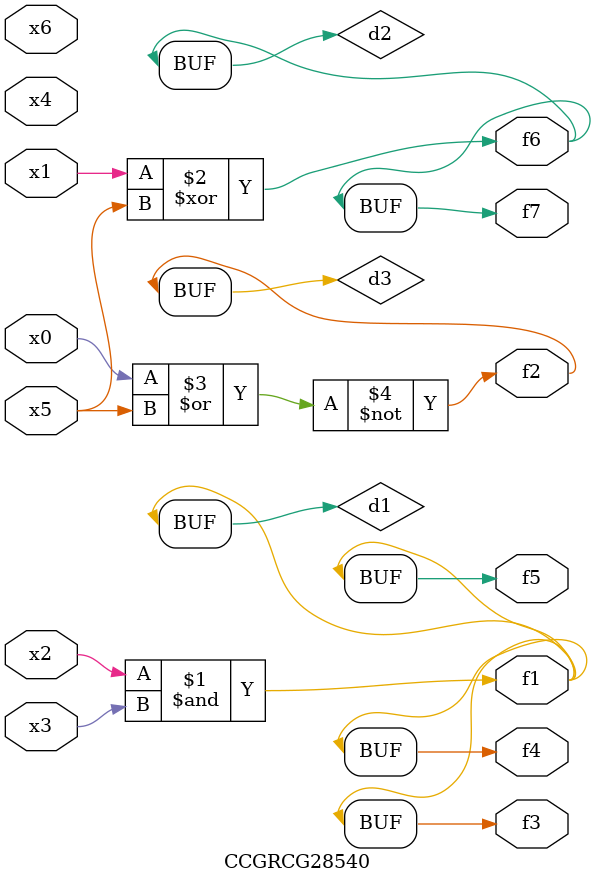
<source format=v>
module CCGRCG28540(
	input x0, x1, x2, x3, x4, x5, x6,
	output f1, f2, f3, f4, f5, f6, f7
);

	wire d1, d2, d3;

	and (d1, x2, x3);
	xor (d2, x1, x5);
	nor (d3, x0, x5);
	assign f1 = d1;
	assign f2 = d3;
	assign f3 = d1;
	assign f4 = d1;
	assign f5 = d1;
	assign f6 = d2;
	assign f7 = d2;
endmodule

</source>
